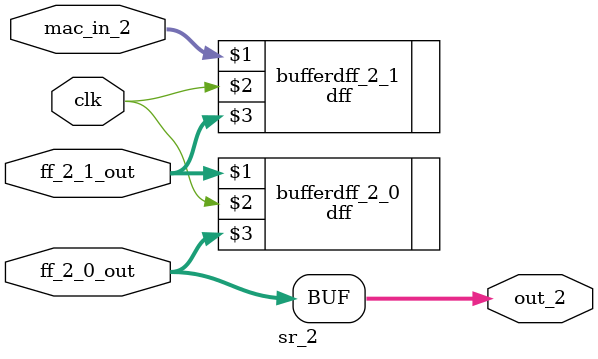
<source format=v>
module sr_2 (mac_in_2, ff_2_1_out, ff_2_0_out,clk, out_2);

	input				[18:0] mac_in_2;
	input 				[18:0] ff_2_1_out, ff_2_0_out;
	input				clk;
	
	output			[18:0]	out_2;
	
	
	dff			bufferdff_2_1(mac_in_2, clk, ff_2_1_out);
	dff			bufferdff_2_0(ff_2_1_out, clk, ff_2_0_out);
	
	assign out_2 = ff_2_0_out;
	
	
endmodule
</source>
